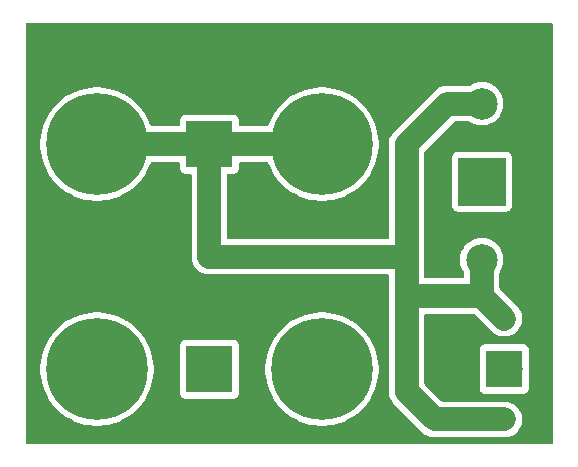
<source format=gtl>
%TF.GenerationSoftware,KiCad,Pcbnew,9.0.0-1.fc40*%
%TF.CreationDate,2025-03-13T13:33:29-07:00*%
%TF.ProjectId,HearingAidBattery-Holder,48656172-696e-4674-9169-644261747465,1.0*%
%TF.SameCoordinates,Original*%
%TF.FileFunction,Copper,L1,Top*%
%TF.FilePolarity,Positive*%
%FSLAX46Y46*%
G04 Gerber Fmt 4.6, Leading zero omitted, Abs format (unit mm)*
G04 Created by KiCad (PCBNEW 9.0.0-1.fc40) date 2025-03-13 13:33:29*
%MOMM*%
%LPD*%
G01*
G04 APERTURE LIST*
%TA.AperFunction,SMDPad,CuDef*%
%ADD10R,4.000000X4.000000*%
%TD*%
%TA.AperFunction,ComponentPad*%
%ADD11C,2.670000*%
%TD*%
%TA.AperFunction,SMDPad,CuDef*%
%ADD12R,4.060000X4.060000*%
%TD*%
%TA.AperFunction,ComponentPad*%
%ADD13C,0.900000*%
%TD*%
%TA.AperFunction,ComponentPad*%
%ADD14C,8.600000*%
%TD*%
%TA.AperFunction,ComponentPad*%
%ADD15C,1.790000*%
%TD*%
%TA.AperFunction,SMDPad,CuDef*%
%ADD16R,3.170000X3.170000*%
%TD*%
%TA.AperFunction,ViaPad*%
%ADD17C,1.000000*%
%TD*%
%TA.AperFunction,Conductor*%
%ADD18C,2.000000*%
%TD*%
G04 APERTURE END LIST*
D10*
%TO.P,TP2,1,1*%
%TO.N,Net-(BT1-+)*%
X111125000Y-78745581D03*
%TD*%
D11*
%TO.P,BT1,1,+*%
%TO.N,Net-(BT1-+)*%
X134177790Y-75315581D03*
X134177790Y-88525581D03*
D12*
%TO.P,BT1,2,-*%
%TO.N,Net-(BT1--)*%
X134177790Y-81920581D03*
%TD*%
D13*
%TO.P,H4,1,1*%
%TO.N,Net-(BT1--)*%
X117425000Y-97795581D03*
X118369581Y-95515162D03*
X118369581Y-100076000D03*
X120650000Y-94570581D03*
D14*
X120650000Y-97795581D03*
D13*
X120650000Y-101020581D03*
X122930419Y-95515162D03*
X122930419Y-100076000D03*
X123875000Y-97795581D03*
%TD*%
%TO.P,H3,1,1*%
%TO.N,Net-(BT1--)*%
X98375000Y-97795581D03*
X99319581Y-95515162D03*
X99319581Y-100076000D03*
X101600000Y-94570581D03*
D14*
X101600000Y-97795581D03*
D13*
X101600000Y-101020581D03*
X103880419Y-95515162D03*
X103880419Y-100076000D03*
X104825000Y-97795581D03*
%TD*%
D15*
%TO.P,BT2,1,+*%
%TO.N,Net-(BT1-+)*%
X136082790Y-93519419D03*
X136082790Y-102049419D03*
D16*
%TO.P,BT2,2,-*%
%TO.N,Net-(BT1--)*%
X136082790Y-97784419D03*
%TD*%
D13*
%TO.P,H2,1,1*%
%TO.N,Net-(BT1-+)*%
X98375000Y-78745581D03*
X99319581Y-76465162D03*
X99319581Y-81026000D03*
X101600000Y-75520581D03*
D14*
X101600000Y-78745581D03*
D13*
X101600000Y-81970581D03*
X103880419Y-76465162D03*
X103880419Y-81026000D03*
X104825000Y-78745581D03*
%TD*%
D10*
%TO.P,TP1,1,1*%
%TO.N,Net-(BT1--)*%
X111125000Y-97795581D03*
%TD*%
D13*
%TO.P,H1,1,1*%
%TO.N,Net-(BT1-+)*%
X117425000Y-78745581D03*
X118369581Y-76465162D03*
X118369581Y-81026000D03*
X120650000Y-75520581D03*
D14*
X120650000Y-78745581D03*
D13*
X120650000Y-81970581D03*
X122930419Y-76465162D03*
X122930419Y-81026000D03*
X123875000Y-78745581D03*
%TD*%
D17*
%TO.N,Net-(BT1--)*%
X135382000Y-81915000D03*
X137160000Y-97790000D03*
X109982000Y-97790000D03*
X112268000Y-97790000D03*
X135128000Y-97790000D03*
X133096000Y-81915000D03*
X136144000Y-97790000D03*
X111125000Y-97790000D03*
X134177790Y-81920581D03*
%TD*%
D18*
%TO.N,Net-(BT1-+)*%
X127827790Y-95885000D02*
X127827790Y-91694000D01*
X134177790Y-91614419D02*
X127907371Y-91614419D01*
X127907371Y-91614419D02*
X127827790Y-91694000D01*
X134177790Y-88525581D02*
X134177790Y-91614419D01*
X134177790Y-91614419D02*
X136082790Y-93519419D01*
X127827790Y-78740000D02*
X127827790Y-81915000D01*
X111125000Y-78745581D02*
X117425000Y-78745581D01*
X136082790Y-102049419D02*
X130182209Y-102049419D01*
X134177790Y-75315581D02*
X131252209Y-75315581D01*
X127827790Y-91694000D02*
X127827790Y-88265000D01*
X130182209Y-102049419D02*
X127827790Y-99695000D01*
X104825000Y-78745581D02*
X111125000Y-78745581D01*
X131252209Y-75315581D02*
X127827790Y-78740000D01*
X127827790Y-99695000D02*
X127827790Y-95885000D01*
X111125000Y-88265000D02*
X127827790Y-88265000D01*
X127827790Y-88265000D02*
X127827790Y-81915000D01*
X111125000Y-78745581D02*
X111125000Y-88265000D01*
%TO.N,Net-(BT1--)*%
X111125000Y-97795581D02*
X111125000Y-97790000D01*
X117419419Y-97790000D02*
X117425000Y-97795581D01*
%TD*%
%TA.AperFunction,NonConductor*%
G36*
X140158539Y-68520185D02*
G01*
X140204294Y-68572989D01*
X140215500Y-68624500D01*
X140215500Y-104015500D01*
X140195815Y-104082539D01*
X140143011Y-104128294D01*
X140091500Y-104139500D01*
X95680500Y-104139500D01*
X95613461Y-104119815D01*
X95567706Y-104067011D01*
X95556500Y-104015500D01*
X95556500Y-97585983D01*
X96799500Y-97585983D01*
X96799500Y-98005178D01*
X96836035Y-98422771D01*
X96836035Y-98422775D01*
X96908824Y-98835579D01*
X96908828Y-98835596D01*
X97017316Y-99240483D01*
X97017319Y-99240493D01*
X97017320Y-99240494D01*
X97160691Y-99634403D01*
X97160694Y-99634410D01*
X97160695Y-99634412D01*
X97160698Y-99634420D01*
X97337843Y-100014307D01*
X97337851Y-100014323D01*
X97417989Y-100153125D01*
X97547443Y-100377345D01*
X97547447Y-100377351D01*
X97547454Y-100377362D01*
X97787879Y-100720725D01*
X97942423Y-100904902D01*
X98057329Y-101041841D01*
X98353740Y-101338252D01*
X98487255Y-101450285D01*
X98674855Y-101607701D01*
X99018218Y-101848126D01*
X99018225Y-101848130D01*
X99018236Y-101848138D01*
X99381264Y-102057733D01*
X99381273Y-102057737D01*
X99761160Y-102234882D01*
X99761164Y-102234883D01*
X99761178Y-102234890D01*
X100155087Y-102378261D01*
X100155093Y-102378262D01*
X100155097Y-102378264D01*
X100239155Y-102400787D01*
X100559992Y-102486755D01*
X100972812Y-102559546D01*
X101390404Y-102596080D01*
X101390405Y-102596081D01*
X101390406Y-102596081D01*
X101809595Y-102596081D01*
X101809595Y-102596080D01*
X102227188Y-102559546D01*
X102640008Y-102486755D01*
X103044913Y-102378261D01*
X103438822Y-102234890D01*
X103818736Y-102057733D01*
X104181764Y-101848138D01*
X104525143Y-101607702D01*
X104846260Y-101338252D01*
X105142671Y-101041841D01*
X105412121Y-100720724D01*
X105652557Y-100377345D01*
X105862152Y-100014317D01*
X106039309Y-99634403D01*
X106182680Y-99240494D01*
X106291174Y-98835589D01*
X106363965Y-98422769D01*
X106400500Y-98005175D01*
X106400500Y-97585987D01*
X106363965Y-97168393D01*
X106291174Y-96755573D01*
X106182680Y-96350668D01*
X106039309Y-95956759D01*
X106039301Y-95956741D01*
X105964716Y-95796792D01*
X105941831Y-95747716D01*
X108624500Y-95747716D01*
X108624500Y-99843451D01*
X108624501Y-99843457D01*
X108630908Y-99903064D01*
X108681202Y-100037909D01*
X108681206Y-100037916D01*
X108767452Y-100153125D01*
X108767455Y-100153128D01*
X108882664Y-100239374D01*
X108882671Y-100239378D01*
X109017517Y-100289672D01*
X109017516Y-100289672D01*
X109024444Y-100290416D01*
X109077127Y-100296081D01*
X113172872Y-100296080D01*
X113232483Y-100289672D01*
X113367331Y-100239377D01*
X113482546Y-100153127D01*
X113568796Y-100037912D01*
X113619091Y-99903064D01*
X113625500Y-99843454D01*
X113625499Y-97585983D01*
X115849500Y-97585983D01*
X115849500Y-98005178D01*
X115886035Y-98422771D01*
X115886035Y-98422775D01*
X115958824Y-98835579D01*
X115958828Y-98835596D01*
X116067316Y-99240483D01*
X116067319Y-99240493D01*
X116067320Y-99240494D01*
X116210691Y-99634403D01*
X116210694Y-99634410D01*
X116210695Y-99634412D01*
X116210698Y-99634420D01*
X116387843Y-100014307D01*
X116387851Y-100014323D01*
X116467989Y-100153125D01*
X116597443Y-100377345D01*
X116597447Y-100377351D01*
X116597454Y-100377362D01*
X116837879Y-100720725D01*
X116992423Y-100904902D01*
X117107329Y-101041841D01*
X117403740Y-101338252D01*
X117537255Y-101450285D01*
X117724855Y-101607701D01*
X118068218Y-101848126D01*
X118068225Y-101848130D01*
X118068236Y-101848138D01*
X118431264Y-102057733D01*
X118431273Y-102057737D01*
X118811160Y-102234882D01*
X118811164Y-102234883D01*
X118811178Y-102234890D01*
X119205087Y-102378261D01*
X119205093Y-102378262D01*
X119205097Y-102378264D01*
X119289155Y-102400787D01*
X119609992Y-102486755D01*
X120022812Y-102559546D01*
X120440404Y-102596080D01*
X120440405Y-102596081D01*
X120440406Y-102596081D01*
X120859595Y-102596081D01*
X120859595Y-102596080D01*
X121277188Y-102559546D01*
X121690008Y-102486755D01*
X122094913Y-102378261D01*
X122488822Y-102234890D01*
X122868736Y-102057733D01*
X123231764Y-101848138D01*
X123575143Y-101607702D01*
X123896260Y-101338252D01*
X124192671Y-101041841D01*
X124462121Y-100720724D01*
X124702557Y-100377345D01*
X124912152Y-100014317D01*
X125089309Y-99634403D01*
X125232680Y-99240494D01*
X125341174Y-98835589D01*
X125413965Y-98422769D01*
X125450500Y-98005175D01*
X125450500Y-97585987D01*
X125413965Y-97168393D01*
X125341174Y-96755573D01*
X125232680Y-96350668D01*
X125089309Y-95956759D01*
X124912152Y-95576845D01*
X124702557Y-95213817D01*
X124702549Y-95213806D01*
X124702545Y-95213799D01*
X124462120Y-94870436D01*
X124192668Y-94549318D01*
X123896262Y-94252912D01*
X123575144Y-93983460D01*
X123231781Y-93743035D01*
X123231770Y-93743028D01*
X123231764Y-93743024D01*
X123123904Y-93680750D01*
X122868742Y-93533432D01*
X122868726Y-93533424D01*
X122488839Y-93356279D01*
X122488831Y-93356276D01*
X122488829Y-93356275D01*
X122488822Y-93356272D01*
X122094913Y-93212901D01*
X122094912Y-93212900D01*
X122094902Y-93212897D01*
X121690015Y-93104409D01*
X121690018Y-93104409D01*
X121690008Y-93104407D01*
X121690002Y-93104405D01*
X121689998Y-93104405D01*
X121277192Y-93031616D01*
X120859597Y-92995081D01*
X120859594Y-92995081D01*
X120440406Y-92995081D01*
X120440402Y-92995081D01*
X120022809Y-93031616D01*
X120022805Y-93031616D01*
X119610001Y-93104405D01*
X119609984Y-93104409D01*
X119205097Y-93212897D01*
X119008132Y-93284586D01*
X118811178Y-93356272D01*
X118811174Y-93356273D01*
X118811168Y-93356276D01*
X118811160Y-93356279D01*
X118431273Y-93533424D01*
X118431257Y-93533432D01*
X118068244Y-93743019D01*
X118068218Y-93743035D01*
X117724855Y-93983460D01*
X117403737Y-94252912D01*
X117107331Y-94549318D01*
X116837879Y-94870436D01*
X116597454Y-95213799D01*
X116597438Y-95213825D01*
X116387851Y-95576838D01*
X116387843Y-95576854D01*
X116210698Y-95956741D01*
X116210695Y-95956749D01*
X116210692Y-95956755D01*
X116210691Y-95956759D01*
X116210571Y-95957090D01*
X116067316Y-96350678D01*
X115958828Y-96755565D01*
X115958824Y-96755582D01*
X115886035Y-97168386D01*
X115886035Y-97168390D01*
X115849500Y-97585983D01*
X113625499Y-97585983D01*
X113625499Y-95747709D01*
X113619091Y-95688098D01*
X113577596Y-95576845D01*
X113568797Y-95553252D01*
X113568793Y-95553245D01*
X113482547Y-95438036D01*
X113482544Y-95438033D01*
X113367335Y-95351787D01*
X113367328Y-95351783D01*
X113232482Y-95301489D01*
X113232483Y-95301489D01*
X113172883Y-95295082D01*
X113172881Y-95295081D01*
X113172873Y-95295081D01*
X113172864Y-95295081D01*
X109077129Y-95295081D01*
X109077123Y-95295082D01*
X109017516Y-95301489D01*
X108882671Y-95351783D01*
X108882664Y-95351787D01*
X108767455Y-95438033D01*
X108767452Y-95438036D01*
X108681206Y-95553245D01*
X108681202Y-95553252D01*
X108630908Y-95688098D01*
X108624501Y-95747697D01*
X108624501Y-95747704D01*
X108624500Y-95747716D01*
X105941831Y-95747716D01*
X105862156Y-95576854D01*
X105862148Y-95576838D01*
X105782010Y-95438035D01*
X105652557Y-95213817D01*
X105652549Y-95213806D01*
X105652545Y-95213799D01*
X105412120Y-94870436D01*
X105142668Y-94549318D01*
X104846262Y-94252912D01*
X104525144Y-93983460D01*
X104181781Y-93743035D01*
X104181770Y-93743028D01*
X104181764Y-93743024D01*
X104073904Y-93680750D01*
X103818742Y-93533432D01*
X103818726Y-93533424D01*
X103438839Y-93356279D01*
X103438831Y-93356276D01*
X103438829Y-93356275D01*
X103438822Y-93356272D01*
X103044913Y-93212901D01*
X103044912Y-93212900D01*
X103044902Y-93212897D01*
X102640015Y-93104409D01*
X102640018Y-93104409D01*
X102640008Y-93104407D01*
X102640002Y-93104405D01*
X102639998Y-93104405D01*
X102227192Y-93031616D01*
X101809597Y-92995081D01*
X101809594Y-92995081D01*
X101390406Y-92995081D01*
X101390402Y-92995081D01*
X100972809Y-93031616D01*
X100972805Y-93031616D01*
X100560001Y-93104405D01*
X100559984Y-93104409D01*
X100155097Y-93212897D01*
X99958132Y-93284586D01*
X99761178Y-93356272D01*
X99761174Y-93356273D01*
X99761168Y-93356276D01*
X99761160Y-93356279D01*
X99381273Y-93533424D01*
X99381257Y-93533432D01*
X99018244Y-93743019D01*
X99018218Y-93743035D01*
X98674855Y-93983460D01*
X98353737Y-94252912D01*
X98057331Y-94549318D01*
X97787879Y-94870436D01*
X97547454Y-95213799D01*
X97547438Y-95213825D01*
X97337851Y-95576838D01*
X97337843Y-95576854D01*
X97160698Y-95956741D01*
X97160695Y-95956749D01*
X97160692Y-95956755D01*
X97160691Y-95956759D01*
X97160571Y-95957090D01*
X97017316Y-96350678D01*
X96908828Y-96755565D01*
X96908824Y-96755582D01*
X96836035Y-97168386D01*
X96836035Y-97168390D01*
X96799500Y-97585983D01*
X95556500Y-97585983D01*
X95556500Y-78535983D01*
X96799500Y-78535983D01*
X96799500Y-78955178D01*
X96836035Y-79372771D01*
X96836035Y-79372775D01*
X96908824Y-79785579D01*
X96908828Y-79785596D01*
X97017316Y-80190483D01*
X97017319Y-80190493D01*
X97017320Y-80190494D01*
X97160691Y-80584403D01*
X97160694Y-80584410D01*
X97160695Y-80584412D01*
X97160698Y-80584420D01*
X97337843Y-80964307D01*
X97337851Y-80964323D01*
X97351473Y-80987916D01*
X97547443Y-81327345D01*
X97547447Y-81327351D01*
X97547454Y-81327362D01*
X97787879Y-81670725D01*
X97893760Y-81796908D01*
X98057329Y-81991841D01*
X98353740Y-82288252D01*
X98487255Y-82400285D01*
X98674855Y-82557701D01*
X99018218Y-82798126D01*
X99018225Y-82798130D01*
X99018236Y-82798138D01*
X99381264Y-83007733D01*
X99381273Y-83007737D01*
X99761160Y-83184882D01*
X99761164Y-83184883D01*
X99761178Y-83184890D01*
X100155087Y-83328261D01*
X100155093Y-83328262D01*
X100155097Y-83328264D01*
X100265359Y-83357808D01*
X100559992Y-83436755D01*
X100972812Y-83509546D01*
X101390404Y-83546080D01*
X101390405Y-83546081D01*
X101390406Y-83546081D01*
X101809595Y-83546081D01*
X101809595Y-83546080D01*
X102227188Y-83509546D01*
X102640008Y-83436755D01*
X103044913Y-83328261D01*
X103438822Y-83184890D01*
X103818736Y-83007733D01*
X104181764Y-82798138D01*
X104525143Y-82557702D01*
X104846260Y-82288252D01*
X105142671Y-81991841D01*
X105412121Y-81670724D01*
X105652557Y-81327345D01*
X105862152Y-80964317D01*
X106039309Y-80584403D01*
X106132752Y-80327669D01*
X106174179Y-80271406D01*
X106239447Y-80246471D01*
X106249274Y-80246081D01*
X108500501Y-80246081D01*
X108567540Y-80265766D01*
X108613295Y-80318570D01*
X108624501Y-80370081D01*
X108624501Y-80793457D01*
X108630908Y-80853064D01*
X108681202Y-80987909D01*
X108681206Y-80987916D01*
X108767452Y-81103125D01*
X108767455Y-81103128D01*
X108882664Y-81189374D01*
X108882671Y-81189378D01*
X108927618Y-81206142D01*
X109017517Y-81239672D01*
X109077127Y-81246081D01*
X109500500Y-81246080D01*
X109567539Y-81265764D01*
X109613294Y-81318568D01*
X109624500Y-81370080D01*
X109624500Y-88383097D01*
X109661446Y-88616368D01*
X109734433Y-88840996D01*
X109841657Y-89051433D01*
X109980483Y-89242510D01*
X110147490Y-89409517D01*
X110338567Y-89548343D01*
X110361999Y-89560282D01*
X110549003Y-89655566D01*
X110549005Y-89655566D01*
X110549008Y-89655568D01*
X110669412Y-89694689D01*
X110773631Y-89728553D01*
X111006903Y-89765500D01*
X111006908Y-89765500D01*
X111243092Y-89765500D01*
X126203290Y-89765500D01*
X126270329Y-89785185D01*
X126316084Y-89837989D01*
X126327290Y-89889500D01*
X126327290Y-99813097D01*
X126364236Y-100046368D01*
X126437223Y-100270996D01*
X126544447Y-100481434D01*
X126683273Y-100672510D01*
X129204699Y-103193936D01*
X129395775Y-103332762D01*
X129548457Y-103410557D01*
X129606212Y-103439985D01*
X129606214Y-103439985D01*
X129606217Y-103439987D01*
X129726621Y-103479108D01*
X129830840Y-103512972D01*
X130064112Y-103549919D01*
X130064117Y-103549919D01*
X136200887Y-103549919D01*
X136434158Y-103512972D01*
X136658782Y-103439987D01*
X136869223Y-103332762D01*
X137060300Y-103193936D01*
X137227307Y-103026929D01*
X137366133Y-102835852D01*
X137473358Y-102625411D01*
X137546343Y-102400787D01*
X137549911Y-102378261D01*
X137583290Y-102167516D01*
X137583290Y-101931321D01*
X137546343Y-101698050D01*
X137473356Y-101473422D01*
X137366132Y-101262985D01*
X137227307Y-101071909D01*
X137060300Y-100904902D01*
X136869223Y-100766076D01*
X136780217Y-100720725D01*
X136658786Y-100658852D01*
X136434158Y-100585865D01*
X136200887Y-100548919D01*
X136200882Y-100548919D01*
X130855098Y-100548919D01*
X130788059Y-100529234D01*
X130767417Y-100512600D01*
X129364609Y-99109792D01*
X129331124Y-99048469D01*
X129328290Y-99022111D01*
X129328290Y-96151554D01*
X133997290Y-96151554D01*
X133997290Y-99417289D01*
X133997291Y-99417295D01*
X134003698Y-99476902D01*
X134053992Y-99611747D01*
X134053996Y-99611754D01*
X134140242Y-99726963D01*
X134140245Y-99726966D01*
X134255454Y-99813212D01*
X134255461Y-99813216D01*
X134390307Y-99863510D01*
X134390306Y-99863510D01*
X134397234Y-99864254D01*
X134449917Y-99869919D01*
X137715662Y-99869918D01*
X137775273Y-99863510D01*
X137910121Y-99813215D01*
X138025336Y-99726965D01*
X138111586Y-99611750D01*
X138161881Y-99476902D01*
X138168290Y-99417292D01*
X138168289Y-96151547D01*
X138161881Y-96091936D01*
X138111586Y-95957088D01*
X138111585Y-95957087D01*
X138111583Y-95957083D01*
X138025337Y-95841874D01*
X138025334Y-95841871D01*
X137910125Y-95755625D01*
X137910118Y-95755621D01*
X137775272Y-95705327D01*
X137775273Y-95705327D01*
X137715673Y-95698920D01*
X137715671Y-95698919D01*
X137715663Y-95698919D01*
X137715654Y-95698919D01*
X134449919Y-95698919D01*
X134449913Y-95698920D01*
X134390306Y-95705327D01*
X134255461Y-95755621D01*
X134255454Y-95755625D01*
X134140245Y-95841871D01*
X134140242Y-95841874D01*
X134053996Y-95957083D01*
X134053992Y-95957090D01*
X134003698Y-96091936D01*
X133997291Y-96151535D01*
X133997291Y-96151542D01*
X133997290Y-96151554D01*
X129328290Y-96151554D01*
X129328290Y-93238919D01*
X129347975Y-93171880D01*
X129400779Y-93126125D01*
X129452290Y-93114919D01*
X133504901Y-93114919D01*
X133571940Y-93134604D01*
X133592582Y-93151238D01*
X135105280Y-94663936D01*
X135296357Y-94802762D01*
X135395781Y-94853421D01*
X135506793Y-94909985D01*
X135506795Y-94909985D01*
X135506798Y-94909987D01*
X135627202Y-94949108D01*
X135731421Y-94982972D01*
X135964693Y-95019919D01*
X135964698Y-95019919D01*
X136200887Y-95019919D01*
X136330480Y-94999392D01*
X136434159Y-94982972D01*
X136658782Y-94909987D01*
X136869224Y-94802762D01*
X137060300Y-94663936D01*
X137227307Y-94496929D01*
X137366133Y-94305853D01*
X137473358Y-94095411D01*
X137546343Y-93870788D01*
X137566579Y-93743024D01*
X137583290Y-93637516D01*
X137583290Y-93401321D01*
X137546343Y-93168050D01*
X137473356Y-92943422D01*
X137366132Y-92732985D01*
X137227307Y-92541909D01*
X135714609Y-91029211D01*
X135681124Y-90967888D01*
X135678290Y-90941530D01*
X135678290Y-89627321D01*
X135697975Y-89560282D01*
X135703906Y-89551844D01*
X135707227Y-89547518D01*
X135827532Y-89339144D01*
X135919609Y-89116849D01*
X135981884Y-88884438D01*
X136013290Y-88645886D01*
X136013290Y-88405276D01*
X135981884Y-88166724D01*
X135919609Y-87934313D01*
X135827532Y-87712018D01*
X135827530Y-87712015D01*
X135827528Y-87712010D01*
X135707231Y-87503651D01*
X135707227Y-87503644D01*
X135560753Y-87312755D01*
X135560748Y-87312749D01*
X135390621Y-87142622D01*
X135390614Y-87142616D01*
X135199735Y-86996150D01*
X135199733Y-86996148D01*
X135199727Y-86996144D01*
X135199722Y-86996141D01*
X135199719Y-86996139D01*
X134991360Y-86875842D01*
X134991343Y-86875834D01*
X134769065Y-86783764D01*
X134536643Y-86721486D01*
X134298104Y-86690082D01*
X134298101Y-86690081D01*
X134298095Y-86690081D01*
X134057485Y-86690081D01*
X134057479Y-86690081D01*
X134057475Y-86690082D01*
X133818936Y-86721486D01*
X133586514Y-86783764D01*
X133364236Y-86875834D01*
X133364219Y-86875842D01*
X133155860Y-86996139D01*
X133155844Y-86996150D01*
X132964965Y-87142616D01*
X132964958Y-87142622D01*
X132794831Y-87312749D01*
X132794825Y-87312756D01*
X132648359Y-87503635D01*
X132648348Y-87503651D01*
X132528051Y-87712010D01*
X132528043Y-87712027D01*
X132435973Y-87934305D01*
X132373695Y-88166727D01*
X132342291Y-88405266D01*
X132342290Y-88405282D01*
X132342290Y-88645879D01*
X132342291Y-88645895D01*
X132373695Y-88884434D01*
X132435973Y-89116856D01*
X132528043Y-89339134D01*
X132528051Y-89339151D01*
X132648348Y-89547510D01*
X132648353Y-89547518D01*
X132651663Y-89551831D01*
X132676859Y-89616997D01*
X132677290Y-89627321D01*
X132677290Y-89989919D01*
X132657605Y-90056958D01*
X132604801Y-90102713D01*
X132553290Y-90113919D01*
X129452290Y-90113919D01*
X129385251Y-90094234D01*
X129339496Y-90041430D01*
X129328290Y-89989919D01*
X129328290Y-79842716D01*
X131647290Y-79842716D01*
X131647290Y-83998451D01*
X131647291Y-83998457D01*
X131653698Y-84058064D01*
X131703992Y-84192909D01*
X131703996Y-84192916D01*
X131790242Y-84308125D01*
X131790245Y-84308128D01*
X131905454Y-84394374D01*
X131905461Y-84394378D01*
X132040307Y-84444672D01*
X132040306Y-84444672D01*
X132047234Y-84445416D01*
X132099917Y-84451081D01*
X136255662Y-84451080D01*
X136315273Y-84444672D01*
X136450121Y-84394377D01*
X136565336Y-84308127D01*
X136651586Y-84192912D01*
X136701881Y-84058064D01*
X136708290Y-83998454D01*
X136708289Y-79842709D01*
X136701881Y-79783098D01*
X136651586Y-79648250D01*
X136651585Y-79648249D01*
X136651583Y-79648245D01*
X136565337Y-79533036D01*
X136565334Y-79533033D01*
X136450125Y-79446787D01*
X136450118Y-79446783D01*
X136315272Y-79396489D01*
X136315273Y-79396489D01*
X136255673Y-79390082D01*
X136255671Y-79390081D01*
X136255663Y-79390081D01*
X136255654Y-79390081D01*
X132099919Y-79390081D01*
X132099913Y-79390082D01*
X132040306Y-79396489D01*
X131905461Y-79446783D01*
X131905454Y-79446787D01*
X131790245Y-79533033D01*
X131790242Y-79533036D01*
X131703996Y-79648245D01*
X131703992Y-79648252D01*
X131653698Y-79783098D01*
X131647291Y-79842697D01*
X131647291Y-79842704D01*
X131647290Y-79842716D01*
X129328290Y-79842716D01*
X129328290Y-79412889D01*
X129347975Y-79345850D01*
X129364609Y-79325208D01*
X131837418Y-76852400D01*
X131898741Y-76818915D01*
X131925099Y-76816081D01*
X133076050Y-76816081D01*
X133143089Y-76835766D01*
X133151512Y-76841687D01*
X133155853Y-76845018D01*
X133155863Y-76845024D01*
X133155862Y-76845024D01*
X133364219Y-76965319D01*
X133364224Y-76965321D01*
X133364227Y-76965323D01*
X133364231Y-76965324D01*
X133364236Y-76965327D01*
X133586514Y-77057397D01*
X133586516Y-77057397D01*
X133586522Y-77057400D01*
X133818933Y-77119675D01*
X134057485Y-77151081D01*
X134057492Y-77151081D01*
X134298088Y-77151081D01*
X134298095Y-77151081D01*
X134536647Y-77119675D01*
X134769058Y-77057400D01*
X134991353Y-76965323D01*
X135199727Y-76845018D01*
X135390616Y-76698544D01*
X135560753Y-76528407D01*
X135707227Y-76337518D01*
X135827532Y-76129144D01*
X135919609Y-75906849D01*
X135981884Y-75674438D01*
X136013290Y-75435886D01*
X136013290Y-75195276D01*
X135981884Y-74956724D01*
X135919609Y-74724313D01*
X135906653Y-74693035D01*
X135827536Y-74502027D01*
X135827528Y-74502010D01*
X135707231Y-74293651D01*
X135707227Y-74293644D01*
X135665052Y-74238680D01*
X135560754Y-74102756D01*
X135560748Y-74102749D01*
X135390621Y-73932622D01*
X135390614Y-73932616D01*
X135199735Y-73786150D01*
X135199733Y-73786148D01*
X135199727Y-73786144D01*
X135199722Y-73786141D01*
X135199719Y-73786139D01*
X134991360Y-73665842D01*
X134991343Y-73665834D01*
X134769065Y-73573764D01*
X134536643Y-73511486D01*
X134298104Y-73480082D01*
X134298101Y-73480081D01*
X134298095Y-73480081D01*
X134057485Y-73480081D01*
X134057479Y-73480081D01*
X134057475Y-73480082D01*
X133818936Y-73511486D01*
X133586514Y-73573764D01*
X133364236Y-73665834D01*
X133364219Y-73665842D01*
X133155863Y-73786137D01*
X133155856Y-73786141D01*
X133155853Y-73786144D01*
X133151532Y-73789459D01*
X133086366Y-73814651D01*
X133076050Y-73815081D01*
X131134112Y-73815081D01*
X130900840Y-73852027D01*
X130676212Y-73925014D01*
X130465772Y-74032240D01*
X130274705Y-74171057D01*
X130274700Y-74171061D01*
X126683275Y-77762487D01*
X126683274Y-77762488D01*
X126544445Y-77953567D01*
X126502350Y-78036186D01*
X126502350Y-78036187D01*
X126437223Y-78164003D01*
X126364236Y-78388631D01*
X126327290Y-78621902D01*
X126327290Y-86640500D01*
X126307605Y-86707539D01*
X126254801Y-86753294D01*
X126203290Y-86764500D01*
X112749500Y-86764500D01*
X112682461Y-86744815D01*
X112636706Y-86692011D01*
X112625500Y-86640500D01*
X112625500Y-81370080D01*
X112645185Y-81303041D01*
X112697989Y-81257286D01*
X112749500Y-81246080D01*
X113172871Y-81246080D01*
X113172872Y-81246080D01*
X113232483Y-81239672D01*
X113367331Y-81189377D01*
X113482546Y-81103127D01*
X113568796Y-80987912D01*
X113619091Y-80853064D01*
X113625500Y-80793454D01*
X113625500Y-80370081D01*
X113645185Y-80303042D01*
X113697989Y-80257287D01*
X113749500Y-80246081D01*
X116000726Y-80246081D01*
X116067765Y-80265766D01*
X116113520Y-80318570D01*
X116117247Y-80327668D01*
X116210691Y-80584403D01*
X116210694Y-80584410D01*
X116210695Y-80584412D01*
X116210698Y-80584420D01*
X116387843Y-80964307D01*
X116387851Y-80964323D01*
X116401473Y-80987916D01*
X116597443Y-81327345D01*
X116597447Y-81327351D01*
X116597454Y-81327362D01*
X116837879Y-81670725D01*
X116943760Y-81796908D01*
X117107329Y-81991841D01*
X117403740Y-82288252D01*
X117537255Y-82400285D01*
X117724855Y-82557701D01*
X118068218Y-82798126D01*
X118068225Y-82798130D01*
X118068236Y-82798138D01*
X118431264Y-83007733D01*
X118431273Y-83007737D01*
X118811160Y-83184882D01*
X118811164Y-83184883D01*
X118811178Y-83184890D01*
X119205087Y-83328261D01*
X119205093Y-83328262D01*
X119205097Y-83328264D01*
X119315359Y-83357808D01*
X119609992Y-83436755D01*
X120022812Y-83509546D01*
X120440404Y-83546080D01*
X120440405Y-83546081D01*
X120440406Y-83546081D01*
X120859595Y-83546081D01*
X120859595Y-83546080D01*
X121277188Y-83509546D01*
X121690008Y-83436755D01*
X122094913Y-83328261D01*
X122488822Y-83184890D01*
X122868736Y-83007733D01*
X123231764Y-82798138D01*
X123575143Y-82557702D01*
X123896260Y-82288252D01*
X124192671Y-81991841D01*
X124462121Y-81670724D01*
X124702557Y-81327345D01*
X124912152Y-80964317D01*
X125089309Y-80584403D01*
X125232680Y-80190494D01*
X125341174Y-79785589D01*
X125413965Y-79372769D01*
X125450500Y-78955175D01*
X125450500Y-78535987D01*
X125413965Y-78118393D01*
X125341174Y-77705573D01*
X125232680Y-77300668D01*
X125089309Y-76906759D01*
X125060521Y-76845024D01*
X124912156Y-76526854D01*
X124912148Y-76526838D01*
X124832010Y-76388035D01*
X124702557Y-76163817D01*
X124702549Y-76163806D01*
X124702545Y-76163799D01*
X124462120Y-75820436D01*
X124192668Y-75499318D01*
X123896262Y-75202912D01*
X123575144Y-74933460D01*
X123231781Y-74693035D01*
X123231770Y-74693028D01*
X123231764Y-74693024D01*
X122900949Y-74502027D01*
X122868742Y-74483432D01*
X122868726Y-74483424D01*
X122488839Y-74306279D01*
X122488831Y-74306276D01*
X122488829Y-74306275D01*
X122488822Y-74306272D01*
X122094913Y-74162901D01*
X122094912Y-74162900D01*
X122094902Y-74162897D01*
X121690015Y-74054409D01*
X121690018Y-74054409D01*
X121690008Y-74054407D01*
X121690002Y-74054405D01*
X121689998Y-74054405D01*
X121277192Y-73981616D01*
X120859597Y-73945081D01*
X120859594Y-73945081D01*
X120440406Y-73945081D01*
X120440402Y-73945081D01*
X120022809Y-73981616D01*
X120022805Y-73981616D01*
X119610001Y-74054405D01*
X119609984Y-74054409D01*
X119205097Y-74162897D01*
X119008132Y-74234586D01*
X118811178Y-74306272D01*
X118811174Y-74306273D01*
X118811168Y-74306276D01*
X118811160Y-74306279D01*
X118431273Y-74483424D01*
X118431257Y-74483432D01*
X118068244Y-74693019D01*
X118068218Y-74693035D01*
X117724855Y-74933460D01*
X117403737Y-75202912D01*
X117107331Y-75499318D01*
X116837879Y-75820436D01*
X116597454Y-76163799D01*
X116597438Y-76163825D01*
X116387851Y-76526838D01*
X116387843Y-76526854D01*
X116210698Y-76906741D01*
X116210695Y-76906749D01*
X116210692Y-76906755D01*
X116210691Y-76906759D01*
X116155862Y-77057400D01*
X116117248Y-77163492D01*
X116075821Y-77219756D01*
X116010553Y-77244691D01*
X116000726Y-77245081D01*
X113749499Y-77245081D01*
X113682460Y-77225396D01*
X113636705Y-77172592D01*
X113625499Y-77121081D01*
X113625499Y-76697710D01*
X113625498Y-76697704D01*
X113625497Y-76697697D01*
X113619091Y-76638098D01*
X113577596Y-76526845D01*
X113568797Y-76503252D01*
X113568793Y-76503245D01*
X113482547Y-76388036D01*
X113482544Y-76388033D01*
X113367335Y-76301787D01*
X113367328Y-76301783D01*
X113232482Y-76251489D01*
X113232483Y-76251489D01*
X113172883Y-76245082D01*
X113172881Y-76245081D01*
X113172873Y-76245081D01*
X113172864Y-76245081D01*
X109077129Y-76245081D01*
X109077123Y-76245082D01*
X109017516Y-76251489D01*
X108882671Y-76301783D01*
X108882664Y-76301787D01*
X108767455Y-76388033D01*
X108767452Y-76388036D01*
X108681206Y-76503245D01*
X108681202Y-76503252D01*
X108630908Y-76638098D01*
X108624501Y-76697697D01*
X108624501Y-76697704D01*
X108624500Y-76697716D01*
X108624500Y-77121081D01*
X108604815Y-77188120D01*
X108552011Y-77233875D01*
X108500500Y-77245081D01*
X106249274Y-77245081D01*
X106182235Y-77225396D01*
X106136480Y-77172592D01*
X106132752Y-77163492D01*
X106128234Y-77151079D01*
X106039309Y-76906759D01*
X106010521Y-76845024D01*
X105862156Y-76526854D01*
X105862148Y-76526838D01*
X105782010Y-76388035D01*
X105652557Y-76163817D01*
X105652549Y-76163806D01*
X105652545Y-76163799D01*
X105412120Y-75820436D01*
X105142668Y-75499318D01*
X104846262Y-75202912D01*
X104525144Y-74933460D01*
X104181781Y-74693035D01*
X104181770Y-74693028D01*
X104181764Y-74693024D01*
X103850949Y-74502027D01*
X103818742Y-74483432D01*
X103818726Y-74483424D01*
X103438839Y-74306279D01*
X103438831Y-74306276D01*
X103438829Y-74306275D01*
X103438822Y-74306272D01*
X103044913Y-74162901D01*
X103044912Y-74162900D01*
X103044902Y-74162897D01*
X102640015Y-74054409D01*
X102640018Y-74054409D01*
X102640008Y-74054407D01*
X102640002Y-74054405D01*
X102639998Y-74054405D01*
X102227192Y-73981616D01*
X101809597Y-73945081D01*
X101809594Y-73945081D01*
X101390406Y-73945081D01*
X101390402Y-73945081D01*
X100972809Y-73981616D01*
X100972805Y-73981616D01*
X100560001Y-74054405D01*
X100559984Y-74054409D01*
X100155097Y-74162897D01*
X99958132Y-74234586D01*
X99761178Y-74306272D01*
X99761174Y-74306273D01*
X99761168Y-74306276D01*
X99761160Y-74306279D01*
X99381273Y-74483424D01*
X99381257Y-74483432D01*
X99018244Y-74693019D01*
X99018218Y-74693035D01*
X98674855Y-74933460D01*
X98353737Y-75202912D01*
X98057331Y-75499318D01*
X97787879Y-75820436D01*
X97547454Y-76163799D01*
X97547438Y-76163825D01*
X97337851Y-76526838D01*
X97337843Y-76526854D01*
X97160698Y-76906741D01*
X97160695Y-76906749D01*
X97160692Y-76906755D01*
X97160691Y-76906759D01*
X97139374Y-76965327D01*
X97017316Y-77300678D01*
X96908828Y-77705565D01*
X96908824Y-77705582D01*
X96836035Y-78118386D01*
X96836035Y-78118390D01*
X96799500Y-78535983D01*
X95556500Y-78535983D01*
X95556500Y-68624500D01*
X95576185Y-68557461D01*
X95628989Y-68511706D01*
X95680500Y-68500500D01*
X140091500Y-68500500D01*
X140158539Y-68520185D01*
G37*
%TD.AperFunction*%
M02*

</source>
